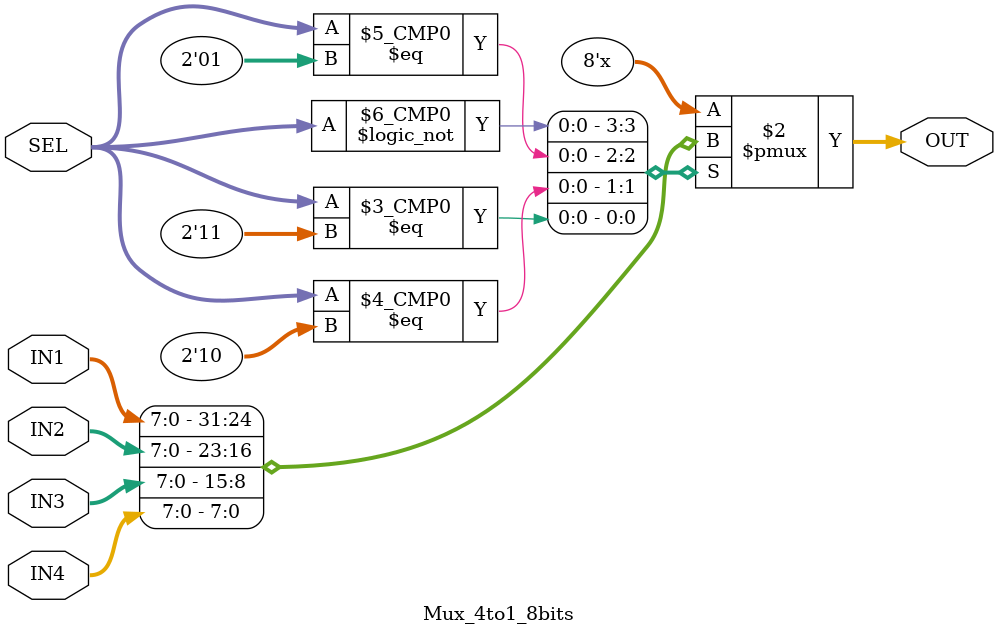
<source format=v>
`timescale 1ns / 1ps


module Mux_4to1_8bits(
    input wire [7:0] IN1,
    input wire [7:0] IN2,
    input wire [7:0] IN3,
    input wire [7:0] IN4,
    input wire [1:0] SEL,
    output reg [7:0] OUT
    );
    
    always @(*) begin
        case(SEL)
            2'd0:   OUT <= IN1;
            2'd1:   OUT <= IN2;
            2'd2:   OUT <= IN3;
            2'd3:   OUT <= IN4;
        endcase
    end
    
endmodule

</source>
